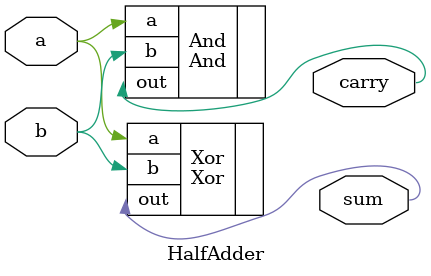
<source format=v>
module HalfAdder (
  input wire a, b,
  output wire sum, carry
);

Xor Xor(.a(a), .b(b), .out(sum));
And And(.a(a), .b(b), .out(carry));

endmodule

</source>
